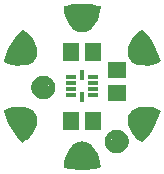
<source format=gbr>
G04 EAGLE Gerber RS-274X export*
G75*
%MOMM*%
%FSLAX34Y34*%
%LPD*%
%INSoldermask Top*%
%IPPOS*%
%AMOC8*
5,1,8,0,0,1.08239X$1,22.5*%
G01*
%ADD10R,1.401600X1.601600*%
%ADD11C,1.101600*%
%ADD12C,0.500000*%
%ADD13C,2.286000*%
%ADD14R,0.900000X0.300000*%
%ADD15R,0.300000X0.900000*%
%ADD16R,1.601600X1.401600*%

G36*
X3062Y-70944D02*
X3062Y-70944D01*
X3099Y-70946D01*
X9133Y-70312D01*
X9160Y-70304D01*
X9198Y-70302D01*
X15132Y-69040D01*
X15154Y-69031D01*
X15178Y-69029D01*
X15257Y-68989D01*
X15340Y-68956D01*
X15357Y-68940D01*
X15378Y-68929D01*
X15411Y-68895D01*
X15413Y-68893D01*
X15422Y-68883D01*
X15439Y-68864D01*
X15505Y-68804D01*
X15516Y-68783D01*
X15532Y-68765D01*
X15548Y-68727D01*
X15555Y-68719D01*
X15568Y-68681D01*
X15607Y-68604D01*
X15610Y-68581D01*
X15619Y-68559D01*
X15622Y-68521D01*
X15627Y-68506D01*
X15626Y-68467D01*
X15630Y-68411D01*
X15633Y-68381D01*
X15632Y-68377D01*
X15632Y-68372D01*
X15345Y-64613D01*
X15334Y-64573D01*
X15329Y-64515D01*
X14457Y-60848D01*
X14440Y-60810D01*
X14426Y-60753D01*
X12991Y-57268D01*
X12969Y-57233D01*
X12946Y-57179D01*
X10983Y-53961D01*
X10956Y-53930D01*
X10925Y-53880D01*
X8483Y-51009D01*
X8445Y-50978D01*
X8389Y-50919D01*
X6603Y-49533D01*
X6578Y-49520D01*
X6574Y-49515D01*
X6563Y-49510D01*
X6535Y-49487D01*
X4583Y-48346D01*
X4550Y-48334D01*
X4509Y-48309D01*
X2426Y-47432D01*
X2391Y-47425D01*
X2347Y-47405D01*
X168Y-46808D01*
X92Y-46802D01*
X19Y-46786D01*
X-24Y-46791D01*
X-56Y-46788D01*
X-100Y-46800D01*
X-168Y-46808D01*
X-2347Y-47405D01*
X-2379Y-47421D01*
X-2426Y-47432D01*
X-4509Y-48309D01*
X-4539Y-48328D01*
X-4583Y-48346D01*
X-6535Y-49487D01*
X-6561Y-49510D01*
X-6603Y-49533D01*
X-8389Y-50919D01*
X-8422Y-50956D01*
X-8483Y-51009D01*
X-10925Y-53880D01*
X-10946Y-53916D01*
X-10983Y-53961D01*
X-12946Y-57179D01*
X-12961Y-57217D01*
X-12991Y-57268D01*
X-14426Y-60753D01*
X-14435Y-60794D01*
X-14457Y-60848D01*
X-15329Y-64515D01*
X-15331Y-64556D01*
X-15345Y-64613D01*
X-15632Y-68372D01*
X-15630Y-68395D01*
X-15634Y-68419D01*
X-15622Y-68490D01*
X-15620Y-68543D01*
X-15613Y-68560D01*
X-15610Y-68595D01*
X-15599Y-68616D01*
X-15595Y-68640D01*
X-15550Y-68716D01*
X-15550Y-68717D01*
X-15536Y-68751D01*
X-15529Y-68758D01*
X-15511Y-68796D01*
X-15493Y-68813D01*
X-15481Y-68833D01*
X-15413Y-68889D01*
X-15391Y-68910D01*
X-15384Y-68917D01*
X-15382Y-68918D01*
X-15348Y-68950D01*
X-15326Y-68960D01*
X-15307Y-68975D01*
X-15170Y-69026D01*
X-15141Y-69038D01*
X-15137Y-69039D01*
X-15132Y-69040D01*
X-9198Y-70302D01*
X-9169Y-70303D01*
X-9133Y-70312D01*
X-3099Y-70946D01*
X-3071Y-70944D01*
X-3033Y-70950D01*
X3033Y-70950D01*
X3062Y-70944D01*
G37*
G36*
X-51160Y17469D02*
X-51160Y17469D01*
X-51120Y17477D01*
X-51061Y17479D01*
X-47354Y18158D01*
X-47307Y18175D01*
X-47228Y18194D01*
X-45135Y19048D01*
X-45105Y19067D01*
X-45061Y19084D01*
X-43097Y20204D01*
X-43070Y20226D01*
X-43028Y20249D01*
X-41227Y21615D01*
X-41203Y21641D01*
X-41165Y21670D01*
X-39558Y23259D01*
X-39514Y23321D01*
X-39464Y23377D01*
X-39451Y23407D01*
X-39446Y23414D01*
X-39443Y23422D01*
X-39429Y23443D01*
X-39417Y23487D01*
X-39390Y23549D01*
X-38817Y25736D01*
X-38814Y25771D01*
X-38801Y25817D01*
X-38519Y28060D01*
X-38521Y28095D01*
X-38514Y28142D01*
X-38526Y30402D01*
X-38533Y30437D01*
X-38532Y30485D01*
X-38839Y32724D01*
X-38855Y32771D01*
X-38870Y32851D01*
X-40136Y36402D01*
X-40157Y36437D01*
X-40177Y36492D01*
X-41982Y39801D01*
X-42008Y39833D01*
X-42037Y39885D01*
X-44337Y42870D01*
X-44368Y42898D01*
X-44404Y42944D01*
X-47144Y45533D01*
X-47178Y45555D01*
X-47221Y45595D01*
X-50332Y47724D01*
X-50354Y47734D01*
X-50372Y47749D01*
X-50455Y47779D01*
X-50470Y47786D01*
X-50486Y47794D01*
X-50489Y47794D01*
X-50537Y47816D01*
X-50561Y47817D01*
X-50583Y47825D01*
X-50672Y47825D01*
X-50761Y47831D01*
X-50783Y47824D01*
X-50807Y47824D01*
X-50891Y47792D01*
X-50976Y47767D01*
X-50995Y47752D01*
X-51017Y47744D01*
X-51093Y47682D01*
X-51116Y47668D01*
X-51129Y47651D01*
X-51131Y47650D01*
X-51155Y47632D01*
X-51157Y47628D01*
X-51162Y47625D01*
X-55221Y43117D01*
X-55236Y43092D01*
X-55263Y43065D01*
X-58828Y38157D01*
X-58841Y38131D01*
X-58864Y38102D01*
X-61898Y32848D01*
X-61907Y32821D01*
X-61928Y32789D01*
X-64395Y27247D01*
X-64402Y27219D01*
X-64419Y27185D01*
X-66293Y21416D01*
X-66297Y21392D01*
X-66306Y21370D01*
X-66312Y21282D01*
X-66324Y21193D01*
X-66319Y21170D01*
X-66320Y21146D01*
X-66295Y21061D01*
X-66275Y20974D01*
X-66262Y20954D01*
X-66255Y20932D01*
X-66202Y20861D01*
X-66153Y20786D01*
X-66134Y20772D01*
X-66120Y20753D01*
X-65997Y20670D01*
X-65973Y20652D01*
X-65969Y20651D01*
X-65965Y20648D01*
X-62566Y19018D01*
X-62526Y19007D01*
X-62473Y18982D01*
X-58861Y17904D01*
X-58820Y17899D01*
X-58764Y17883D01*
X-55028Y17383D01*
X-54987Y17385D01*
X-54928Y17378D01*
X-51160Y17469D01*
G37*
G36*
X54969Y17384D02*
X54969Y17384D01*
X55028Y17383D01*
X58764Y17883D01*
X58803Y17896D01*
X58861Y17904D01*
X62473Y18982D01*
X62510Y19001D01*
X62566Y19018D01*
X65965Y20648D01*
X65984Y20662D01*
X66006Y20670D01*
X66074Y20727D01*
X66146Y20779D01*
X66160Y20799D01*
X66178Y20814D01*
X66222Y20891D01*
X66271Y20965D01*
X66277Y20989D01*
X66289Y21009D01*
X66303Y21097D01*
X66323Y21184D01*
X66321Y21207D01*
X66324Y21231D01*
X66300Y21377D01*
X66296Y21406D01*
X66294Y21410D01*
X66293Y21416D01*
X64419Y27185D01*
X64405Y27211D01*
X64395Y27247D01*
X61928Y32789D01*
X61911Y32813D01*
X61898Y32848D01*
X58864Y38102D01*
X58846Y38124D01*
X58828Y38157D01*
X55263Y43065D01*
X55242Y43085D01*
X55221Y43117D01*
X51162Y47625D01*
X51143Y47639D01*
X51129Y47659D01*
X51099Y47679D01*
X51087Y47691D01*
X51054Y47709D01*
X50984Y47762D01*
X50962Y47769D01*
X50942Y47783D01*
X50855Y47803D01*
X50770Y47830D01*
X50746Y47828D01*
X50723Y47834D01*
X50635Y47823D01*
X50546Y47818D01*
X50524Y47809D01*
X50501Y47806D01*
X50453Y47782D01*
X50450Y47782D01*
X50444Y47778D01*
X50368Y47741D01*
X50340Y47729D01*
X50337Y47726D01*
X50332Y47724D01*
X47221Y45595D01*
X47192Y45566D01*
X47144Y45533D01*
X44404Y42944D01*
X44380Y42911D01*
X44337Y42870D01*
X42037Y39885D01*
X42018Y39848D01*
X41982Y39801D01*
X40177Y36492D01*
X40164Y36453D01*
X40136Y36402D01*
X38870Y32851D01*
X38862Y32802D01*
X38839Y32724D01*
X38532Y30485D01*
X38534Y30450D01*
X38526Y30402D01*
X38514Y28142D01*
X38520Y28107D01*
X38519Y28060D01*
X38801Y25817D01*
X38812Y25783D01*
X38817Y25736D01*
X39390Y23549D01*
X39422Y23481D01*
X39445Y23409D01*
X39463Y23385D01*
X39465Y23382D01*
X39471Y23375D01*
X39485Y23346D01*
X39517Y23314D01*
X39558Y23259D01*
X41165Y21670D01*
X41194Y21650D01*
X41227Y21615D01*
X43028Y20249D01*
X43060Y20233D01*
X43097Y20204D01*
X45061Y19084D01*
X45094Y19072D01*
X45135Y19048D01*
X47228Y18194D01*
X47277Y18184D01*
X47354Y18158D01*
X51061Y17479D01*
X51102Y17479D01*
X51160Y17469D01*
X54928Y17378D01*
X54969Y17384D01*
G37*
G36*
X50783Y-47824D02*
X50783Y-47824D01*
X50807Y-47824D01*
X50891Y-47792D01*
X50976Y-47767D01*
X50995Y-47752D01*
X51017Y-47744D01*
X51131Y-47650D01*
X51155Y-47632D01*
X51157Y-47628D01*
X51162Y-47625D01*
X55221Y-43117D01*
X55236Y-43092D01*
X55263Y-43065D01*
X58828Y-38157D01*
X58841Y-38131D01*
X58864Y-38102D01*
X61898Y-32848D01*
X61907Y-32821D01*
X61928Y-32789D01*
X64395Y-27247D01*
X64402Y-27219D01*
X64419Y-27185D01*
X66293Y-21416D01*
X66297Y-21392D01*
X66306Y-21370D01*
X66312Y-21282D01*
X66324Y-21193D01*
X66319Y-21170D01*
X66320Y-21146D01*
X66295Y-21061D01*
X66275Y-20974D01*
X66262Y-20954D01*
X66255Y-20932D01*
X66202Y-20861D01*
X66153Y-20786D01*
X66134Y-20772D01*
X66120Y-20753D01*
X65997Y-20670D01*
X65973Y-20652D01*
X65969Y-20651D01*
X65965Y-20648D01*
X62566Y-19018D01*
X62526Y-19007D01*
X62473Y-18982D01*
X58861Y-17904D01*
X58820Y-17899D01*
X58764Y-17883D01*
X55028Y-17383D01*
X54987Y-17385D01*
X54928Y-17378D01*
X51160Y-17469D01*
X51120Y-17477D01*
X51061Y-17479D01*
X47354Y-18158D01*
X47307Y-18175D01*
X47228Y-18194D01*
X45135Y-19048D01*
X45105Y-19067D01*
X45061Y-19084D01*
X43097Y-20204D01*
X43070Y-20226D01*
X43028Y-20249D01*
X41227Y-21615D01*
X41203Y-21641D01*
X41165Y-21670D01*
X39558Y-23259D01*
X39514Y-23321D01*
X39464Y-23377D01*
X39447Y-23416D01*
X39429Y-23443D01*
X39417Y-23487D01*
X39390Y-23549D01*
X38817Y-25736D01*
X38814Y-25771D01*
X38801Y-25817D01*
X38519Y-28060D01*
X38521Y-28095D01*
X38514Y-28142D01*
X38526Y-30402D01*
X38533Y-30437D01*
X38532Y-30485D01*
X38839Y-32724D01*
X38843Y-32737D01*
X38844Y-32743D01*
X38853Y-32767D01*
X38855Y-32771D01*
X38870Y-32851D01*
X40136Y-36402D01*
X40157Y-36437D01*
X40177Y-36492D01*
X41982Y-39801D01*
X42008Y-39833D01*
X42037Y-39885D01*
X44337Y-42870D01*
X44368Y-42898D01*
X44404Y-42944D01*
X47144Y-45533D01*
X47178Y-45555D01*
X47221Y-45595D01*
X50332Y-47724D01*
X50354Y-47734D01*
X50372Y-47749D01*
X50455Y-47779D01*
X50537Y-47816D01*
X50561Y-47817D01*
X50583Y-47825D01*
X50672Y-47825D01*
X50761Y-47831D01*
X50783Y-47824D01*
G37*
G36*
X-50635Y-47823D02*
X-50635Y-47823D01*
X-50546Y-47818D01*
X-50524Y-47809D01*
X-50501Y-47806D01*
X-50368Y-47741D01*
X-50340Y-47729D01*
X-50337Y-47726D01*
X-50332Y-47724D01*
X-47221Y-45595D01*
X-47192Y-45566D01*
X-47144Y-45533D01*
X-44404Y-42944D01*
X-44380Y-42911D01*
X-44337Y-42870D01*
X-42037Y-39885D01*
X-42018Y-39848D01*
X-41982Y-39801D01*
X-40177Y-36492D01*
X-40164Y-36453D01*
X-40136Y-36402D01*
X-38870Y-32851D01*
X-38862Y-32802D01*
X-38839Y-32724D01*
X-38532Y-30485D01*
X-38534Y-30450D01*
X-38526Y-30402D01*
X-38514Y-28142D01*
X-38520Y-28107D01*
X-38519Y-28060D01*
X-38801Y-25817D01*
X-38812Y-25783D01*
X-38817Y-25736D01*
X-39390Y-23549D01*
X-39422Y-23481D01*
X-39445Y-23409D01*
X-39471Y-23375D01*
X-39485Y-23346D01*
X-39517Y-23314D01*
X-39558Y-23259D01*
X-41165Y-21670D01*
X-41194Y-21650D01*
X-41227Y-21615D01*
X-43028Y-20249D01*
X-43060Y-20233D01*
X-43097Y-20204D01*
X-45061Y-19084D01*
X-45094Y-19072D01*
X-45135Y-19048D01*
X-47228Y-18194D01*
X-47277Y-18184D01*
X-47354Y-18158D01*
X-51061Y-17479D01*
X-51102Y-17479D01*
X-51160Y-17469D01*
X-54928Y-17378D01*
X-54969Y-17384D01*
X-55028Y-17383D01*
X-58764Y-17883D01*
X-58803Y-17896D01*
X-58861Y-17904D01*
X-62473Y-18982D01*
X-62510Y-19001D01*
X-62566Y-19018D01*
X-65965Y-20648D01*
X-65984Y-20662D01*
X-66006Y-20670D01*
X-66074Y-20727D01*
X-66146Y-20779D01*
X-66160Y-20799D01*
X-66178Y-20814D01*
X-66222Y-20891D01*
X-66271Y-20965D01*
X-66277Y-20989D01*
X-66289Y-21009D01*
X-66303Y-21097D01*
X-66323Y-21184D01*
X-66321Y-21207D01*
X-66324Y-21231D01*
X-66300Y-21377D01*
X-66296Y-21406D01*
X-66294Y-21410D01*
X-66293Y-21416D01*
X-64419Y-27185D01*
X-64405Y-27211D01*
X-64395Y-27247D01*
X-61928Y-32789D01*
X-61911Y-32813D01*
X-61898Y-32848D01*
X-58864Y-38102D01*
X-58846Y-38124D01*
X-58828Y-38157D01*
X-55263Y-43065D01*
X-55242Y-43085D01*
X-55221Y-43117D01*
X-51162Y-47625D01*
X-51143Y-47639D01*
X-51129Y-47659D01*
X-51055Y-47708D01*
X-50984Y-47762D01*
X-50962Y-47769D01*
X-50942Y-47783D01*
X-50855Y-47803D01*
X-50770Y-47830D01*
X-50746Y-47828D01*
X-50723Y-47834D01*
X-50635Y-47823D01*
G37*
G36*
X24Y45521D02*
X24Y45521D01*
X56Y45518D01*
X100Y45530D01*
X168Y45538D01*
X2347Y46135D01*
X2379Y46151D01*
X2426Y46162D01*
X4509Y47039D01*
X4539Y47058D01*
X4583Y47076D01*
X6535Y48217D01*
X6561Y48240D01*
X6603Y48263D01*
X8389Y49649D01*
X8422Y49686D01*
X8483Y49739D01*
X10925Y52610D01*
X10946Y52646D01*
X10983Y52691D01*
X12946Y55909D01*
X12961Y55947D01*
X12991Y55998D01*
X14426Y59483D01*
X14435Y59524D01*
X14457Y59578D01*
X15329Y63245D01*
X15331Y63286D01*
X15345Y63343D01*
X15632Y67102D01*
X15630Y67125D01*
X15634Y67149D01*
X15619Y67236D01*
X15610Y67325D01*
X15599Y67346D01*
X15595Y67370D01*
X15550Y67446D01*
X15511Y67526D01*
X15493Y67543D01*
X15481Y67563D01*
X15413Y67619D01*
X15348Y67680D01*
X15326Y67690D01*
X15307Y67705D01*
X15170Y67756D01*
X15141Y67768D01*
X15137Y67769D01*
X15132Y67770D01*
X9198Y69032D01*
X9169Y69033D01*
X9133Y69042D01*
X3099Y69676D01*
X3071Y69674D01*
X3033Y69680D01*
X-3033Y69680D01*
X-3062Y69674D01*
X-3099Y69676D01*
X-9133Y69042D01*
X-9160Y69034D01*
X-9198Y69032D01*
X-15132Y67770D01*
X-15154Y67761D01*
X-15178Y67759D01*
X-15257Y67719D01*
X-15340Y67686D01*
X-15357Y67670D01*
X-15378Y67659D01*
X-15439Y67594D01*
X-15505Y67534D01*
X-15516Y67513D01*
X-15532Y67495D01*
X-15566Y67413D01*
X-15607Y67334D01*
X-15610Y67311D01*
X-15619Y67289D01*
X-15630Y67141D01*
X-15633Y67111D01*
X-15632Y67107D01*
X-15632Y67102D01*
X-15345Y63343D01*
X-15334Y63303D01*
X-15329Y63245D01*
X-14457Y59578D01*
X-14440Y59540D01*
X-14426Y59483D01*
X-12991Y55998D01*
X-12969Y55963D01*
X-12946Y55909D01*
X-10983Y52691D01*
X-10956Y52660D01*
X-10925Y52610D01*
X-8483Y49739D01*
X-8445Y49708D01*
X-8389Y49649D01*
X-6603Y48263D01*
X-6572Y48247D01*
X-6535Y48217D01*
X-4583Y47076D01*
X-4550Y47064D01*
X-4509Y47039D01*
X-2426Y46162D01*
X-2391Y46155D01*
X-2347Y46135D01*
X-168Y45538D01*
X-92Y45532D01*
X-19Y45516D01*
X24Y45521D01*
G37*
D10*
X-9500Y-29210D03*
X9500Y-29210D03*
X-9500Y29210D03*
X9500Y29210D03*
D11*
X-33020Y-1270D03*
D12*
X-33020Y6230D02*
X-33201Y6228D01*
X-33382Y6221D01*
X-33563Y6210D01*
X-33744Y6195D01*
X-33924Y6175D01*
X-34104Y6151D01*
X-34283Y6123D01*
X-34461Y6090D01*
X-34638Y6053D01*
X-34815Y6012D01*
X-34990Y5967D01*
X-35165Y5917D01*
X-35338Y5863D01*
X-35509Y5805D01*
X-35680Y5743D01*
X-35848Y5676D01*
X-36015Y5606D01*
X-36181Y5532D01*
X-36344Y5453D01*
X-36505Y5371D01*
X-36665Y5285D01*
X-36822Y5195D01*
X-36977Y5101D01*
X-37130Y5004D01*
X-37280Y4902D01*
X-37428Y4798D01*
X-37574Y4689D01*
X-37716Y4578D01*
X-37856Y4462D01*
X-37993Y4344D01*
X-38128Y4222D01*
X-38259Y4097D01*
X-38387Y3969D01*
X-38512Y3838D01*
X-38634Y3703D01*
X-38752Y3566D01*
X-38868Y3426D01*
X-38979Y3284D01*
X-39088Y3138D01*
X-39192Y2990D01*
X-39294Y2840D01*
X-39391Y2687D01*
X-39485Y2532D01*
X-39575Y2375D01*
X-39661Y2215D01*
X-39743Y2054D01*
X-39822Y1891D01*
X-39896Y1725D01*
X-39966Y1558D01*
X-40033Y1390D01*
X-40095Y1219D01*
X-40153Y1048D01*
X-40207Y875D01*
X-40257Y700D01*
X-40302Y525D01*
X-40343Y348D01*
X-40380Y171D01*
X-40413Y-7D01*
X-40441Y-186D01*
X-40465Y-366D01*
X-40485Y-546D01*
X-40500Y-727D01*
X-40511Y-908D01*
X-40518Y-1089D01*
X-40520Y-1270D01*
X-33020Y6230D02*
X-32839Y6228D01*
X-32658Y6221D01*
X-32477Y6210D01*
X-32296Y6195D01*
X-32116Y6175D01*
X-31936Y6151D01*
X-31757Y6123D01*
X-31579Y6090D01*
X-31402Y6053D01*
X-31225Y6012D01*
X-31050Y5967D01*
X-30875Y5917D01*
X-30702Y5863D01*
X-30531Y5805D01*
X-30360Y5743D01*
X-30192Y5676D01*
X-30025Y5606D01*
X-29859Y5532D01*
X-29696Y5453D01*
X-29535Y5371D01*
X-29375Y5285D01*
X-29218Y5195D01*
X-29063Y5101D01*
X-28910Y5004D01*
X-28760Y4902D01*
X-28612Y4798D01*
X-28466Y4689D01*
X-28324Y4578D01*
X-28184Y4462D01*
X-28047Y4344D01*
X-27912Y4222D01*
X-27781Y4097D01*
X-27653Y3969D01*
X-27528Y3838D01*
X-27406Y3703D01*
X-27288Y3566D01*
X-27172Y3426D01*
X-27061Y3284D01*
X-26952Y3138D01*
X-26848Y2990D01*
X-26746Y2840D01*
X-26649Y2687D01*
X-26555Y2532D01*
X-26465Y2375D01*
X-26379Y2215D01*
X-26297Y2054D01*
X-26218Y1891D01*
X-26144Y1725D01*
X-26074Y1558D01*
X-26007Y1390D01*
X-25945Y1219D01*
X-25887Y1048D01*
X-25833Y875D01*
X-25783Y700D01*
X-25738Y525D01*
X-25697Y348D01*
X-25660Y171D01*
X-25627Y-7D01*
X-25599Y-186D01*
X-25575Y-366D01*
X-25555Y-546D01*
X-25540Y-727D01*
X-25529Y-908D01*
X-25522Y-1089D01*
X-25520Y-1270D01*
X-25522Y-1451D01*
X-25529Y-1632D01*
X-25540Y-1813D01*
X-25555Y-1994D01*
X-25575Y-2174D01*
X-25599Y-2354D01*
X-25627Y-2533D01*
X-25660Y-2711D01*
X-25697Y-2888D01*
X-25738Y-3065D01*
X-25783Y-3240D01*
X-25833Y-3415D01*
X-25887Y-3588D01*
X-25945Y-3759D01*
X-26007Y-3930D01*
X-26074Y-4098D01*
X-26144Y-4265D01*
X-26218Y-4431D01*
X-26297Y-4594D01*
X-26379Y-4755D01*
X-26465Y-4915D01*
X-26555Y-5072D01*
X-26649Y-5227D01*
X-26746Y-5380D01*
X-26848Y-5530D01*
X-26952Y-5678D01*
X-27061Y-5824D01*
X-27172Y-5966D01*
X-27288Y-6106D01*
X-27406Y-6243D01*
X-27528Y-6378D01*
X-27653Y-6509D01*
X-27781Y-6637D01*
X-27912Y-6762D01*
X-28047Y-6884D01*
X-28184Y-7002D01*
X-28324Y-7118D01*
X-28466Y-7229D01*
X-28612Y-7338D01*
X-28760Y-7442D01*
X-28910Y-7544D01*
X-29063Y-7641D01*
X-29218Y-7735D01*
X-29375Y-7825D01*
X-29535Y-7911D01*
X-29696Y-7993D01*
X-29859Y-8072D01*
X-30025Y-8146D01*
X-30192Y-8216D01*
X-30360Y-8283D01*
X-30531Y-8345D01*
X-30702Y-8403D01*
X-30875Y-8457D01*
X-31050Y-8507D01*
X-31225Y-8552D01*
X-31402Y-8593D01*
X-31579Y-8630D01*
X-31757Y-8663D01*
X-31936Y-8691D01*
X-32116Y-8715D01*
X-32296Y-8735D01*
X-32477Y-8750D01*
X-32658Y-8761D01*
X-32839Y-8768D01*
X-33020Y-8770D01*
X-33201Y-8768D01*
X-33382Y-8761D01*
X-33563Y-8750D01*
X-33744Y-8735D01*
X-33924Y-8715D01*
X-34104Y-8691D01*
X-34283Y-8663D01*
X-34461Y-8630D01*
X-34638Y-8593D01*
X-34815Y-8552D01*
X-34990Y-8507D01*
X-35165Y-8457D01*
X-35338Y-8403D01*
X-35509Y-8345D01*
X-35680Y-8283D01*
X-35848Y-8216D01*
X-36015Y-8146D01*
X-36181Y-8072D01*
X-36344Y-7993D01*
X-36505Y-7911D01*
X-36665Y-7825D01*
X-36822Y-7735D01*
X-36977Y-7641D01*
X-37130Y-7544D01*
X-37280Y-7442D01*
X-37428Y-7338D01*
X-37574Y-7229D01*
X-37716Y-7118D01*
X-37856Y-7002D01*
X-37993Y-6884D01*
X-38128Y-6762D01*
X-38259Y-6637D01*
X-38387Y-6509D01*
X-38512Y-6378D01*
X-38634Y-6243D01*
X-38752Y-6106D01*
X-38868Y-5966D01*
X-38979Y-5824D01*
X-39088Y-5678D01*
X-39192Y-5530D01*
X-39294Y-5380D01*
X-39391Y-5227D01*
X-39485Y-5072D01*
X-39575Y-4915D01*
X-39661Y-4755D01*
X-39743Y-4594D01*
X-39822Y-4431D01*
X-39896Y-4265D01*
X-39966Y-4098D01*
X-40033Y-3930D01*
X-40095Y-3759D01*
X-40153Y-3588D01*
X-40207Y-3415D01*
X-40257Y-3240D01*
X-40302Y-3065D01*
X-40343Y-2888D01*
X-40380Y-2711D01*
X-40413Y-2533D01*
X-40441Y-2354D01*
X-40465Y-2174D01*
X-40485Y-1994D01*
X-40500Y-1813D01*
X-40511Y-1632D01*
X-40518Y-1451D01*
X-40520Y-1270D01*
D13*
X49530Y-29210D03*
X-49530Y-29210D03*
X-49530Y29210D03*
X49530Y29210D03*
X0Y-58420D03*
X0Y57150D03*
D11*
X29210Y-46990D03*
D12*
X29210Y-39490D02*
X29029Y-39492D01*
X28848Y-39499D01*
X28667Y-39510D01*
X28486Y-39525D01*
X28306Y-39545D01*
X28126Y-39569D01*
X27947Y-39597D01*
X27769Y-39630D01*
X27592Y-39667D01*
X27415Y-39708D01*
X27240Y-39753D01*
X27065Y-39803D01*
X26892Y-39857D01*
X26721Y-39915D01*
X26550Y-39977D01*
X26382Y-40044D01*
X26215Y-40114D01*
X26049Y-40188D01*
X25886Y-40267D01*
X25725Y-40349D01*
X25565Y-40435D01*
X25408Y-40525D01*
X25253Y-40619D01*
X25100Y-40716D01*
X24950Y-40818D01*
X24802Y-40922D01*
X24656Y-41031D01*
X24514Y-41142D01*
X24374Y-41258D01*
X24237Y-41376D01*
X24102Y-41498D01*
X23971Y-41623D01*
X23843Y-41751D01*
X23718Y-41882D01*
X23596Y-42017D01*
X23478Y-42154D01*
X23362Y-42294D01*
X23251Y-42436D01*
X23142Y-42582D01*
X23038Y-42730D01*
X22936Y-42880D01*
X22839Y-43033D01*
X22745Y-43188D01*
X22655Y-43345D01*
X22569Y-43505D01*
X22487Y-43666D01*
X22408Y-43829D01*
X22334Y-43995D01*
X22264Y-44162D01*
X22197Y-44330D01*
X22135Y-44501D01*
X22077Y-44672D01*
X22023Y-44845D01*
X21973Y-45020D01*
X21928Y-45195D01*
X21887Y-45372D01*
X21850Y-45549D01*
X21817Y-45727D01*
X21789Y-45906D01*
X21765Y-46086D01*
X21745Y-46266D01*
X21730Y-46447D01*
X21719Y-46628D01*
X21712Y-46809D01*
X21710Y-46990D01*
X29210Y-39490D02*
X29391Y-39492D01*
X29572Y-39499D01*
X29753Y-39510D01*
X29934Y-39525D01*
X30114Y-39545D01*
X30294Y-39569D01*
X30473Y-39597D01*
X30651Y-39630D01*
X30828Y-39667D01*
X31005Y-39708D01*
X31180Y-39753D01*
X31355Y-39803D01*
X31528Y-39857D01*
X31699Y-39915D01*
X31870Y-39977D01*
X32038Y-40044D01*
X32205Y-40114D01*
X32371Y-40188D01*
X32534Y-40267D01*
X32695Y-40349D01*
X32855Y-40435D01*
X33012Y-40525D01*
X33167Y-40619D01*
X33320Y-40716D01*
X33470Y-40818D01*
X33618Y-40922D01*
X33764Y-41031D01*
X33906Y-41142D01*
X34046Y-41258D01*
X34183Y-41376D01*
X34318Y-41498D01*
X34449Y-41623D01*
X34577Y-41751D01*
X34702Y-41882D01*
X34824Y-42017D01*
X34942Y-42154D01*
X35058Y-42294D01*
X35169Y-42436D01*
X35278Y-42582D01*
X35382Y-42730D01*
X35484Y-42880D01*
X35581Y-43033D01*
X35675Y-43188D01*
X35765Y-43345D01*
X35851Y-43505D01*
X35933Y-43666D01*
X36012Y-43829D01*
X36086Y-43995D01*
X36156Y-44162D01*
X36223Y-44330D01*
X36285Y-44501D01*
X36343Y-44672D01*
X36397Y-44845D01*
X36447Y-45020D01*
X36492Y-45195D01*
X36533Y-45372D01*
X36570Y-45549D01*
X36603Y-45727D01*
X36631Y-45906D01*
X36655Y-46086D01*
X36675Y-46266D01*
X36690Y-46447D01*
X36701Y-46628D01*
X36708Y-46809D01*
X36710Y-46990D01*
X36708Y-47171D01*
X36701Y-47352D01*
X36690Y-47533D01*
X36675Y-47714D01*
X36655Y-47894D01*
X36631Y-48074D01*
X36603Y-48253D01*
X36570Y-48431D01*
X36533Y-48608D01*
X36492Y-48785D01*
X36447Y-48960D01*
X36397Y-49135D01*
X36343Y-49308D01*
X36285Y-49479D01*
X36223Y-49650D01*
X36156Y-49818D01*
X36086Y-49985D01*
X36012Y-50151D01*
X35933Y-50314D01*
X35851Y-50475D01*
X35765Y-50635D01*
X35675Y-50792D01*
X35581Y-50947D01*
X35484Y-51100D01*
X35382Y-51250D01*
X35278Y-51398D01*
X35169Y-51544D01*
X35058Y-51686D01*
X34942Y-51826D01*
X34824Y-51963D01*
X34702Y-52098D01*
X34577Y-52229D01*
X34449Y-52357D01*
X34318Y-52482D01*
X34183Y-52604D01*
X34046Y-52722D01*
X33906Y-52838D01*
X33764Y-52949D01*
X33618Y-53058D01*
X33470Y-53162D01*
X33320Y-53264D01*
X33167Y-53361D01*
X33012Y-53455D01*
X32855Y-53545D01*
X32695Y-53631D01*
X32534Y-53713D01*
X32371Y-53792D01*
X32205Y-53866D01*
X32038Y-53936D01*
X31870Y-54003D01*
X31699Y-54065D01*
X31528Y-54123D01*
X31355Y-54177D01*
X31180Y-54227D01*
X31005Y-54272D01*
X30828Y-54313D01*
X30651Y-54350D01*
X30473Y-54383D01*
X30294Y-54411D01*
X30114Y-54435D01*
X29934Y-54455D01*
X29753Y-54470D01*
X29572Y-54481D01*
X29391Y-54488D01*
X29210Y-54490D01*
X29029Y-54488D01*
X28848Y-54481D01*
X28667Y-54470D01*
X28486Y-54455D01*
X28306Y-54435D01*
X28126Y-54411D01*
X27947Y-54383D01*
X27769Y-54350D01*
X27592Y-54313D01*
X27415Y-54272D01*
X27240Y-54227D01*
X27065Y-54177D01*
X26892Y-54123D01*
X26721Y-54065D01*
X26550Y-54003D01*
X26382Y-53936D01*
X26215Y-53866D01*
X26049Y-53792D01*
X25886Y-53713D01*
X25725Y-53631D01*
X25565Y-53545D01*
X25408Y-53455D01*
X25253Y-53361D01*
X25100Y-53264D01*
X24950Y-53162D01*
X24802Y-53058D01*
X24656Y-52949D01*
X24514Y-52838D01*
X24374Y-52722D01*
X24237Y-52604D01*
X24102Y-52482D01*
X23971Y-52357D01*
X23843Y-52229D01*
X23718Y-52098D01*
X23596Y-51963D01*
X23478Y-51826D01*
X23362Y-51686D01*
X23251Y-51544D01*
X23142Y-51398D01*
X23038Y-51250D01*
X22936Y-51100D01*
X22839Y-50947D01*
X22745Y-50792D01*
X22655Y-50635D01*
X22569Y-50475D01*
X22487Y-50314D01*
X22408Y-50151D01*
X22334Y-49985D01*
X22264Y-49818D01*
X22197Y-49650D01*
X22135Y-49479D01*
X22077Y-49308D01*
X22023Y-49135D01*
X21973Y-48960D01*
X21928Y-48785D01*
X21887Y-48608D01*
X21850Y-48431D01*
X21817Y-48253D01*
X21789Y-48074D01*
X21765Y-47894D01*
X21745Y-47714D01*
X21730Y-47533D01*
X21719Y-47352D01*
X21712Y-47171D01*
X21710Y-46990D01*
D14*
X9500Y-7500D03*
X9500Y-2500D03*
X9500Y2500D03*
X9500Y7500D03*
D15*
X0Y9500D03*
D14*
X-9500Y7500D03*
X-9500Y2500D03*
X-9500Y-2500D03*
X-9500Y-7500D03*
D15*
X0Y-9500D03*
D16*
X29210Y-5690D03*
X29210Y13310D03*
M02*

</source>
